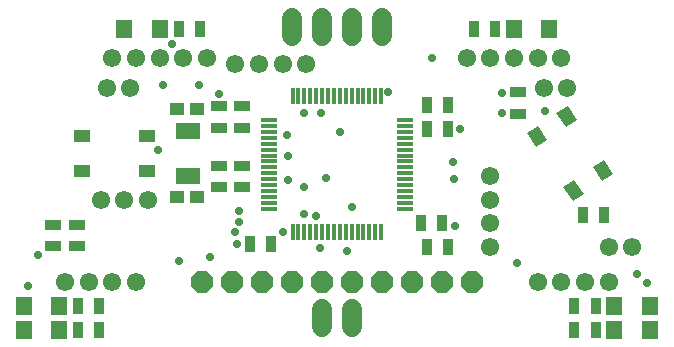
<source format=gbr>
G04 EAGLE Gerber X2 export*
G04 #@! %TF.Part,Single*
G04 #@! %TF.FileFunction,Soldermask,Top,1*
G04 #@! %TF.FilePolarity,Negative*
G04 #@! %TF.GenerationSoftware,Autodesk,EAGLE,8.6.0*
G04 #@! %TF.CreationDate,2018-03-08T02:15:54Z*
G75*
%MOMM*%
%FSLAX34Y34*%
%LPD*%
%AMOC8*
5,1,8,0,0,1.08239X$1,22.5*%
G01*
%ADD10R,0.427000X1.327000*%
%ADD11R,1.327000X0.427000*%
%ADD12R,1.327000X0.927000*%
%ADD13R,0.927000X1.327000*%
%ADD14R,1.227000X1.127000*%
%ADD15R,2.127000X1.427000*%
%ADD16C,1.549400*%
%ADD17P,2.061953X8X112.500000*%
%ADD18C,1.651000*%
%ADD19R,1.427000X1.127000*%
%ADD20R,1.327000X1.527000*%
%ADD21C,0.731000*%


D10*
X472500Y507500D03*
X467500Y507500D03*
X462500Y507500D03*
X477500Y507500D03*
X482500Y507500D03*
X487500Y507500D03*
X492500Y507500D03*
X497500Y507500D03*
X507500Y507500D03*
X502500Y507500D03*
X457500Y507500D03*
X452500Y507500D03*
X447500Y507500D03*
X442500Y507500D03*
X437500Y507500D03*
X432500Y507500D03*
D11*
X412500Y452500D03*
X412500Y457500D03*
X412500Y462500D03*
X412500Y467500D03*
X412500Y472500D03*
X412500Y477500D03*
X412500Y482500D03*
X412500Y487500D03*
X412500Y447500D03*
X412500Y442500D03*
X412500Y437500D03*
X412500Y432500D03*
X412500Y427500D03*
X412500Y422500D03*
X412500Y417500D03*
X412500Y412500D03*
D10*
X472500Y392500D03*
X467500Y392500D03*
X462500Y392500D03*
X477500Y392500D03*
X482500Y392500D03*
X487500Y392500D03*
X492500Y392500D03*
X497500Y392500D03*
X507500Y392500D03*
X502500Y392500D03*
X457500Y392500D03*
X452500Y392500D03*
X447500Y392500D03*
X442500Y392500D03*
X437500Y392500D03*
X432500Y392500D03*
D11*
X527500Y452500D03*
X527500Y457500D03*
X527500Y462500D03*
X527500Y467500D03*
X527500Y472500D03*
X527500Y477500D03*
X527500Y482500D03*
X527500Y487500D03*
X527500Y447500D03*
X527500Y442500D03*
X527500Y437500D03*
X527500Y432500D03*
X527500Y427500D03*
X527500Y422500D03*
X527500Y417500D03*
X527500Y412500D03*
D12*
X370000Y499000D03*
X370000Y481000D03*
X390000Y499000D03*
X390000Y481000D03*
X390000Y449000D03*
X390000Y431000D03*
X370000Y449000D03*
X370000Y431000D03*
D13*
X396100Y382300D03*
X414100Y382300D03*
X559000Y400000D03*
X541000Y400000D03*
X564000Y380000D03*
X546000Y380000D03*
X546000Y500000D03*
X564000Y500000D03*
X546000Y480000D03*
X564000Y480000D03*
D14*
X334900Y496700D03*
X351900Y496700D03*
X334700Y422100D03*
X351700Y422100D03*
D15*
X344000Y440000D03*
X344000Y478000D03*
D16*
X240000Y350000D03*
X260000Y350000D03*
X280000Y350000D03*
X300000Y350000D03*
X640000Y350000D03*
X660000Y350000D03*
X680000Y350000D03*
X700000Y350000D03*
X600000Y380000D03*
X600000Y400000D03*
X600000Y420000D03*
X600000Y440000D03*
X310000Y420000D03*
X290000Y420000D03*
X270000Y420000D03*
X275000Y515000D03*
X295000Y515000D03*
X645000Y515000D03*
X665000Y515000D03*
X280000Y540000D03*
X300000Y540000D03*
X320000Y540000D03*
X340000Y540000D03*
X360000Y540000D03*
D17*
X355700Y350000D03*
X381100Y350000D03*
X406500Y350000D03*
X431900Y350000D03*
X457300Y350000D03*
X482700Y350000D03*
X508100Y350000D03*
X533500Y350000D03*
X558900Y350000D03*
X584300Y350000D03*
D18*
X482700Y327620D02*
X482700Y312380D01*
X457300Y312380D02*
X457300Y327620D01*
X431900Y558480D02*
X431900Y573720D01*
X457300Y573720D02*
X457300Y558480D01*
X482700Y558480D02*
X482700Y573720D01*
X508100Y573720D02*
X508100Y558480D01*
D16*
X444000Y534900D03*
X424000Y534900D03*
X404000Y534900D03*
X384000Y534900D03*
D12*
X250000Y399000D03*
X250000Y381000D03*
X230000Y399000D03*
X230000Y381000D03*
D19*
X253900Y474400D03*
X253900Y444400D03*
X308900Y444400D03*
X308900Y474400D03*
D13*
X678500Y406800D03*
X696500Y406800D03*
D12*
X623200Y492900D03*
X623200Y510900D03*
D19*
G36*
X669520Y418940D02*
X661582Y430797D01*
X670946Y437066D01*
X678884Y425209D01*
X669520Y418940D01*
G37*
G36*
X694450Y435629D02*
X686512Y447486D01*
X695876Y453755D01*
X703814Y441898D01*
X694450Y435629D01*
G37*
G36*
X663854Y481334D02*
X655916Y493191D01*
X665280Y499460D01*
X673218Y487603D01*
X663854Y481334D01*
G37*
G36*
X638924Y464645D02*
X630986Y476502D01*
X640350Y482771D01*
X648288Y470914D01*
X638924Y464645D01*
G37*
D13*
X251000Y310000D03*
X269000Y310000D03*
D20*
X235000Y310000D03*
X205000Y310000D03*
D13*
X251000Y330000D03*
X269000Y330000D03*
D20*
X235000Y330000D03*
X205000Y330000D03*
D13*
X689000Y330000D03*
X671000Y330000D03*
D20*
X705000Y330000D03*
X735000Y330000D03*
D13*
X689000Y310000D03*
X671000Y310000D03*
D20*
X705000Y310000D03*
X735000Y310000D03*
D16*
X700000Y380000D03*
X720000Y380000D03*
X660000Y540000D03*
X640000Y540000D03*
X620000Y540000D03*
X600000Y540000D03*
X580000Y540000D03*
D13*
X336000Y565000D03*
X354000Y565000D03*
D20*
X320000Y565000D03*
X290000Y565000D03*
D13*
X604000Y565000D03*
X586000Y565000D03*
D20*
X620000Y565000D03*
X650000Y565000D03*
D21*
X574400Y480000D03*
X442200Y493600D03*
X456400Y493700D03*
X442400Y408100D03*
X385600Y382700D03*
X482700Y414200D03*
X428600Y436700D03*
X370000Y509300D03*
X609400Y510800D03*
X646400Y495000D03*
X217100Y373600D03*
X208900Y346900D03*
X732700Y349200D03*
X569900Y397400D03*
X723800Y356800D03*
X622200Y366100D03*
X429000Y457500D03*
X318900Y462400D03*
X387500Y410300D03*
X442100Y430600D03*
X386900Y400900D03*
X460600Y438300D03*
X472700Y477500D03*
X353100Y516900D03*
X323100Y516900D03*
X513700Y511200D03*
X452400Y406100D03*
X455711Y379089D03*
X550300Y540100D03*
X478200Y376700D03*
X568500Y451600D03*
X609700Y493100D03*
X336100Y368000D03*
X362900Y371600D03*
X424200Y392500D03*
X383800Y392500D03*
X568800Y437500D03*
X330000Y552200D03*
X427500Y474900D03*
M02*

</source>
